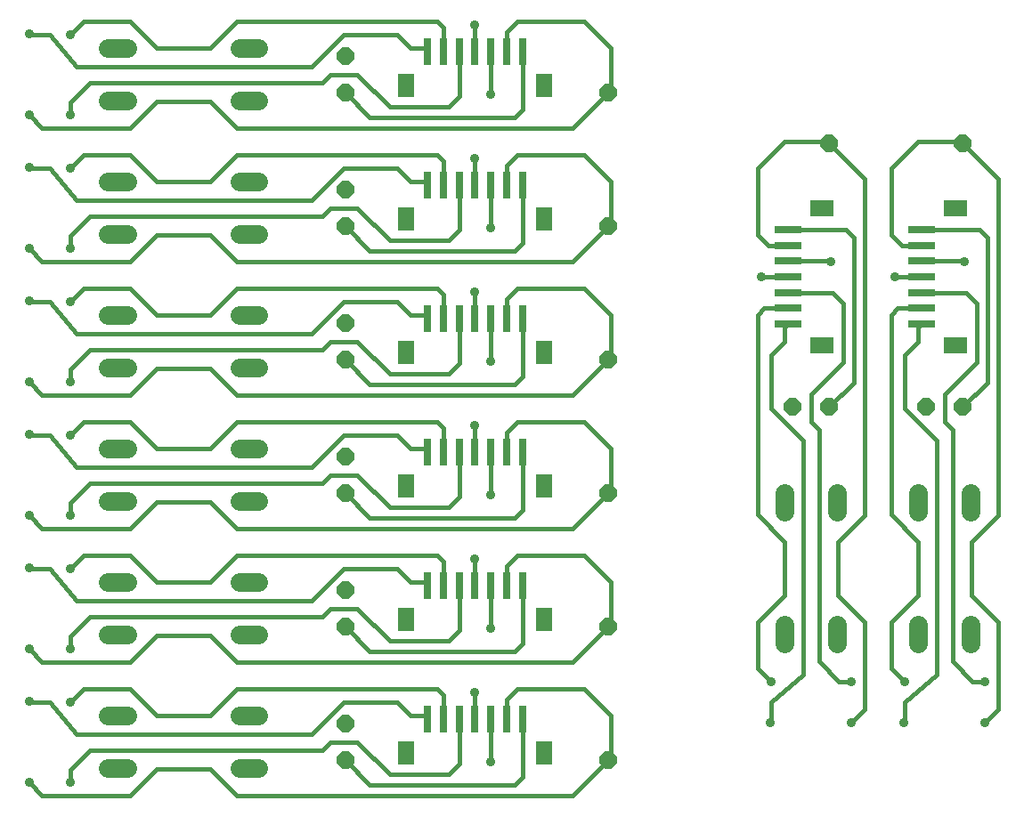
<source format=gbl>
G75*
G70*
%OFA0B0*%
%FSLAX24Y24*%
%IPPOS*%
%LPD*%
%AMOC8*
5,1,8,0,0,1.08239X$1,22.5*
%
%ADD10OC8,0.0650*%
%ADD11C,0.0705*%
%ADD12R,0.0315X0.0984*%
%ADD13R,0.0591X0.0906*%
%ADD14R,0.0984X0.0315*%
%ADD15R,0.0906X0.0591*%
%ADD16C,0.0160*%
%ADD17C,0.0357*%
D10*
X015210Y001992D03*
X015210Y003370D03*
X015210Y006992D03*
X015210Y008370D03*
X015210Y011992D03*
X015210Y013370D03*
X015210Y016992D03*
X015210Y018370D03*
X015210Y021992D03*
X015210Y023370D03*
X015210Y026992D03*
X015210Y028370D03*
X025072Y027012D03*
X025072Y022012D03*
X025072Y017012D03*
X025072Y012012D03*
X025072Y007012D03*
X025072Y002012D03*
X031962Y015240D03*
X033340Y015240D03*
X036962Y015240D03*
X038340Y015240D03*
X038320Y025103D03*
X033320Y025103D03*
D11*
X033631Y011994D02*
X033631Y011289D01*
X031671Y011289D02*
X031671Y011994D01*
X036671Y011994D02*
X036671Y011289D01*
X038631Y011289D02*
X038631Y011994D01*
X038631Y007074D02*
X038631Y006369D01*
X036671Y006369D02*
X036671Y007074D01*
X033631Y007074D02*
X033631Y006369D01*
X031671Y006369D02*
X031671Y007074D01*
X011964Y006701D02*
X011259Y006701D01*
X011259Y008661D02*
X011964Y008661D01*
X011964Y011701D02*
X011259Y011701D01*
X011259Y013661D02*
X011964Y013661D01*
X011964Y016701D02*
X011259Y016701D01*
X011259Y018661D02*
X011964Y018661D01*
X011964Y021701D02*
X011259Y021701D01*
X011259Y023661D02*
X011964Y023661D01*
X011964Y026701D02*
X011259Y026701D01*
X011259Y028661D02*
X011964Y028661D01*
X007044Y028661D02*
X006339Y028661D01*
X006339Y026701D02*
X007044Y026701D01*
X007044Y023661D02*
X006339Y023661D01*
X006339Y021701D02*
X007044Y021701D01*
X007044Y018661D02*
X006339Y018661D01*
X006339Y016701D02*
X007044Y016701D01*
X007044Y013661D02*
X006339Y013661D01*
X006339Y011701D02*
X007044Y011701D01*
X007044Y008661D02*
X006339Y008661D01*
X006339Y006701D02*
X007044Y006701D01*
X007044Y003661D02*
X006339Y003661D01*
X006339Y001701D02*
X007044Y001701D01*
X011259Y001701D02*
X011964Y001701D01*
X011964Y003661D02*
X011259Y003661D01*
D12*
X018301Y003542D03*
X018891Y003542D03*
X019482Y003542D03*
X020072Y003542D03*
X020663Y003542D03*
X021254Y003542D03*
X021844Y003542D03*
X021844Y008542D03*
X021254Y008542D03*
X020663Y008542D03*
X020072Y008542D03*
X019482Y008542D03*
X018891Y008542D03*
X018301Y008542D03*
X018301Y013542D03*
X018891Y013542D03*
X019482Y013542D03*
X020072Y013542D03*
X020663Y013542D03*
X021254Y013542D03*
X021844Y013542D03*
X021844Y018542D03*
X021254Y018542D03*
X020663Y018542D03*
X020072Y018542D03*
X019482Y018542D03*
X018891Y018542D03*
X018301Y018542D03*
X018301Y023542D03*
X018891Y023542D03*
X019482Y023542D03*
X020072Y023542D03*
X020663Y023542D03*
X021254Y023542D03*
X021844Y023542D03*
X021844Y028542D03*
X021254Y028542D03*
X020663Y028542D03*
X020072Y028542D03*
X019482Y028542D03*
X018891Y028542D03*
X018301Y028542D03*
D13*
X017494Y027262D03*
X022651Y027262D03*
X022651Y022262D03*
X017494Y022262D03*
X017494Y017262D03*
X022651Y017262D03*
X022651Y012262D03*
X017494Y012262D03*
X017494Y007262D03*
X022651Y007262D03*
X022651Y002262D03*
X017494Y002262D03*
D14*
X031791Y018331D03*
X031791Y018922D03*
X031791Y019512D03*
X031791Y020103D03*
X031791Y020693D03*
X031791Y021284D03*
X031791Y021874D03*
X036791Y021874D03*
X036791Y021284D03*
X036791Y020693D03*
X036791Y020103D03*
X036791Y019512D03*
X036791Y018922D03*
X036791Y018331D03*
D15*
X038070Y017524D03*
X033070Y017524D03*
X033070Y022681D03*
X038070Y022681D03*
D16*
X038964Y021874D02*
X036791Y021874D01*
X036791Y021284D02*
X036049Y021284D01*
X035651Y021681D01*
X035651Y024181D01*
X036651Y025181D01*
X038242Y025181D01*
X038320Y025103D01*
X039651Y023772D01*
X039651Y011181D01*
X038651Y010181D01*
X038651Y008181D01*
X039651Y007181D01*
X039651Y003892D01*
X039175Y003416D01*
X039157Y004947D02*
X038700Y004947D01*
X037952Y005695D01*
X037952Y005922D01*
X037954Y005924D01*
X037954Y014378D01*
X037651Y014681D01*
X037651Y015705D01*
X038866Y016920D01*
X038866Y019118D01*
X038472Y019512D01*
X036791Y019512D01*
X036789Y020101D02*
X036791Y020103D01*
X036789Y020101D02*
X035785Y020101D01*
X036791Y020693D02*
X038370Y020693D01*
X038380Y020683D01*
X039252Y021587D02*
X039252Y016152D01*
X038340Y015240D01*
X037348Y013985D02*
X036151Y015181D01*
X036151Y017181D01*
X036651Y017681D01*
X036651Y018191D01*
X036791Y018331D01*
X036789Y018333D01*
X036791Y018922D02*
X035899Y018922D01*
X035895Y018926D01*
X035651Y018681D01*
X035651Y011201D01*
X036671Y010181D01*
X036673Y008177D01*
X035651Y007181D01*
X035651Y005445D01*
X036151Y004945D01*
X036151Y004181D02*
X036151Y003429D01*
X036137Y003416D01*
X036151Y004181D02*
X037348Y005193D01*
X037348Y013985D01*
X034252Y016152D02*
X033340Y015240D01*
X032651Y015705D02*
X032651Y014681D01*
X032954Y014378D01*
X032954Y005924D01*
X032952Y005922D01*
X032952Y005695D01*
X033700Y004947D01*
X034157Y004947D01*
X034651Y003892D02*
X034175Y003416D01*
X034651Y003892D02*
X034651Y007181D01*
X033651Y008181D01*
X033651Y010181D01*
X034651Y011181D01*
X034651Y023772D01*
X033320Y025103D01*
X033242Y025181D01*
X031651Y025181D01*
X030651Y024181D01*
X030651Y021681D01*
X031049Y021284D01*
X031791Y021284D01*
X032049Y021284D01*
X031791Y020693D02*
X033370Y020693D01*
X033380Y020683D01*
X033472Y019512D02*
X033866Y019118D01*
X033866Y016920D01*
X032651Y015705D01*
X031151Y015181D02*
X031151Y017181D01*
X031651Y017681D01*
X031651Y018191D01*
X031791Y018331D01*
X031789Y018333D01*
X031791Y018922D02*
X030899Y018922D01*
X030895Y018926D01*
X030651Y018681D01*
X030651Y011201D01*
X031671Y010181D01*
X031673Y008177D01*
X030651Y007181D01*
X030651Y005445D01*
X031151Y004945D01*
X031151Y004181D02*
X031151Y003429D01*
X031137Y003416D01*
X031151Y004181D02*
X032348Y005193D01*
X032348Y013985D01*
X031151Y015181D01*
X034252Y016152D02*
X034252Y021587D01*
X033964Y021874D01*
X031791Y021874D01*
X031791Y020103D02*
X031789Y020101D01*
X030785Y020101D01*
X031791Y019512D02*
X033472Y019512D01*
X036791Y021284D02*
X037049Y021284D01*
X038964Y021874D02*
X039252Y021587D01*
X025151Y022091D02*
X025072Y022012D01*
X023742Y020681D01*
X011151Y020681D01*
X010151Y021681D01*
X008151Y021681D01*
X007151Y020681D01*
X003862Y020681D01*
X003385Y021158D01*
X004917Y021176D02*
X004917Y021632D01*
X005665Y022380D01*
X005891Y022380D01*
X005893Y022378D01*
X014348Y022378D01*
X014651Y022681D01*
X015675Y022681D01*
X016889Y021467D01*
X019088Y021467D01*
X019482Y021861D01*
X019482Y023542D01*
X020070Y023544D02*
X020072Y023542D01*
X020070Y023544D02*
X020070Y024548D01*
X020663Y023542D02*
X020663Y021963D01*
X020653Y021953D01*
X021557Y021081D02*
X016122Y021081D01*
X015210Y021992D01*
X013954Y022985D02*
X015151Y024181D01*
X017151Y024181D01*
X017651Y023681D01*
X018161Y023681D01*
X018301Y023542D01*
X018303Y023544D01*
X018891Y023542D02*
X018891Y024433D01*
X018895Y024437D01*
X018651Y024681D01*
X011171Y024681D01*
X010151Y023662D01*
X008147Y023660D01*
X007151Y024681D01*
X005415Y024681D01*
X004915Y024181D01*
X004151Y024181D02*
X003399Y024181D01*
X003385Y024195D01*
X004151Y024181D02*
X005163Y022985D01*
X013954Y022985D01*
X011151Y025681D02*
X023742Y025681D01*
X025072Y027012D01*
X025151Y027091D01*
X025151Y028681D01*
X024151Y029681D01*
X021651Y029681D01*
X021254Y029284D01*
X021254Y028542D01*
X021254Y028284D01*
X020663Y028542D02*
X020663Y026963D01*
X020653Y026953D01*
X019482Y026861D02*
X019088Y026467D01*
X016889Y026467D01*
X015675Y027681D01*
X014651Y027681D01*
X014348Y027378D01*
X005893Y027378D01*
X005891Y027380D01*
X005665Y027380D01*
X004917Y026632D01*
X004917Y026176D01*
X003862Y025681D02*
X003385Y026158D01*
X003862Y025681D02*
X007151Y025681D01*
X008151Y026681D01*
X010151Y026681D01*
X011151Y025681D01*
X013954Y027985D02*
X015151Y029181D01*
X017151Y029181D01*
X017651Y028681D01*
X018161Y028681D01*
X018301Y028542D01*
X018303Y028544D01*
X018891Y028542D02*
X018891Y029433D01*
X018895Y029437D01*
X018651Y029681D01*
X011171Y029681D01*
X010151Y028662D01*
X008147Y028660D01*
X007151Y029681D01*
X005415Y029681D01*
X004915Y029181D01*
X004151Y029181D02*
X003399Y029181D01*
X003385Y029195D01*
X004151Y029181D02*
X005163Y027985D01*
X013954Y027985D01*
X015210Y026992D02*
X016122Y026081D01*
X021557Y026081D01*
X021844Y026368D01*
X021844Y028542D01*
X020072Y028542D02*
X020070Y028544D01*
X020070Y029548D01*
X019482Y028542D02*
X019482Y026861D01*
X021651Y024681D02*
X024151Y024681D01*
X025151Y023681D01*
X025151Y022091D01*
X024151Y019681D02*
X025151Y018681D01*
X025151Y017091D01*
X025072Y017012D01*
X023742Y015681D01*
X011151Y015681D01*
X010151Y016681D01*
X008151Y016681D01*
X007151Y015681D01*
X003862Y015681D01*
X003385Y016158D01*
X004917Y016176D02*
X004917Y016632D01*
X005665Y017380D01*
X005891Y017380D01*
X005893Y017378D01*
X014348Y017378D01*
X014651Y017681D01*
X015675Y017681D01*
X016889Y016467D01*
X019088Y016467D01*
X019482Y016861D01*
X019482Y018542D01*
X020070Y018544D02*
X020072Y018542D01*
X020070Y018544D02*
X020070Y019548D01*
X020663Y018542D02*
X020663Y016963D01*
X020653Y016953D01*
X021557Y016081D02*
X016122Y016081D01*
X015210Y016992D01*
X013954Y017985D02*
X015151Y019181D01*
X017151Y019181D01*
X017651Y018681D01*
X018161Y018681D01*
X018301Y018542D01*
X018303Y018544D01*
X018891Y018542D02*
X018891Y019433D01*
X018895Y019437D01*
X018651Y019681D01*
X011171Y019681D01*
X010151Y018662D01*
X008147Y018660D01*
X007151Y019681D01*
X005415Y019681D01*
X004915Y019181D01*
X004151Y019181D02*
X003399Y019181D01*
X003385Y019195D01*
X004151Y019181D02*
X005163Y017985D01*
X013954Y017985D01*
X011171Y014681D02*
X010151Y013662D01*
X008147Y013660D01*
X007151Y014681D01*
X005415Y014681D01*
X004915Y014181D01*
X004151Y014181D02*
X003399Y014181D01*
X003385Y014195D01*
X004151Y014181D02*
X005163Y012985D01*
X013954Y012985D01*
X015151Y014181D01*
X017151Y014181D01*
X017651Y013681D01*
X018161Y013681D01*
X018301Y013542D01*
X018303Y013544D01*
X018891Y013542D02*
X018891Y014433D01*
X018895Y014437D01*
X018651Y014681D01*
X011171Y014681D01*
X014348Y012378D02*
X014651Y012681D01*
X015675Y012681D01*
X016889Y011467D01*
X019088Y011467D01*
X019482Y011861D01*
X019482Y013542D01*
X020070Y013544D02*
X020072Y013542D01*
X020070Y013544D02*
X020070Y014548D01*
X020663Y013542D02*
X020663Y011963D01*
X020653Y011953D01*
X021557Y011081D02*
X016122Y011081D01*
X015210Y011992D01*
X014348Y012378D02*
X005893Y012378D01*
X005891Y012380D01*
X005665Y012380D01*
X004917Y011632D01*
X004917Y011176D01*
X003862Y010681D02*
X003385Y011158D01*
X003862Y010681D02*
X007151Y010681D01*
X008151Y011681D01*
X010151Y011681D01*
X011151Y010681D01*
X023742Y010681D01*
X025072Y012012D01*
X025151Y012091D01*
X025151Y013681D01*
X024151Y014681D01*
X021651Y014681D01*
X021254Y014284D01*
X021254Y013542D01*
X021254Y013284D01*
X021844Y013542D02*
X021844Y011368D01*
X021557Y011081D01*
X021651Y009681D02*
X024151Y009681D01*
X025151Y008681D01*
X025151Y007091D01*
X025072Y007012D01*
X023742Y005681D01*
X011151Y005681D01*
X010151Y006681D01*
X008151Y006681D01*
X007151Y005681D01*
X003862Y005681D01*
X003385Y006158D01*
X004917Y006176D02*
X004917Y006632D01*
X005665Y007380D01*
X005891Y007380D01*
X005893Y007378D01*
X014348Y007378D01*
X014651Y007681D01*
X015675Y007681D01*
X016889Y006467D01*
X019088Y006467D01*
X019482Y006861D01*
X019482Y008542D01*
X020070Y008544D02*
X020072Y008542D01*
X020070Y008544D02*
X020070Y009548D01*
X020663Y008542D02*
X020663Y006963D01*
X020653Y006953D01*
X021557Y006081D02*
X016122Y006081D01*
X015210Y006992D01*
X013954Y007985D02*
X015151Y009181D01*
X017151Y009181D01*
X017651Y008681D01*
X018161Y008681D01*
X018301Y008542D01*
X018303Y008544D01*
X018891Y008542D02*
X018891Y009433D01*
X018895Y009437D01*
X018651Y009681D01*
X011171Y009681D01*
X010151Y008662D01*
X008147Y008660D01*
X007151Y009681D01*
X005415Y009681D01*
X004915Y009181D01*
X004151Y009181D02*
X003399Y009181D01*
X003385Y009195D01*
X004151Y009181D02*
X005163Y007985D01*
X013954Y007985D01*
X011171Y004681D02*
X010151Y003662D01*
X008147Y003660D01*
X007151Y004681D01*
X005415Y004681D01*
X004915Y004181D01*
X004151Y004181D02*
X003399Y004181D01*
X003385Y004195D01*
X004151Y004181D02*
X005163Y002985D01*
X013954Y002985D01*
X015151Y004181D01*
X017151Y004181D01*
X017651Y003681D01*
X018161Y003681D01*
X018301Y003542D01*
X018303Y003544D01*
X018891Y003542D02*
X018891Y004433D01*
X018895Y004437D01*
X018651Y004681D01*
X011171Y004681D01*
X014348Y002378D02*
X014651Y002681D01*
X015675Y002681D01*
X016889Y001467D01*
X019088Y001467D01*
X019482Y001861D01*
X019482Y003542D01*
X020070Y003544D02*
X020072Y003542D01*
X020070Y003544D02*
X020070Y004548D01*
X021254Y004284D02*
X021651Y004681D01*
X024151Y004681D01*
X025151Y003681D01*
X025151Y002091D01*
X025072Y002012D01*
X023742Y000681D01*
X011151Y000681D01*
X010151Y001681D01*
X008151Y001681D01*
X007151Y000681D01*
X003862Y000681D01*
X003385Y001158D01*
X004917Y001176D02*
X004917Y001632D01*
X005665Y002380D01*
X005891Y002380D01*
X005893Y002378D01*
X014348Y002378D01*
X015210Y001992D02*
X016122Y001081D01*
X021557Y001081D01*
X021844Y001368D01*
X021844Y003542D01*
X021254Y003542D02*
X021254Y003284D01*
X021254Y003542D02*
X021254Y004284D01*
X020663Y003542D02*
X020663Y001963D01*
X020653Y001953D01*
X021557Y006081D02*
X021844Y006368D01*
X021844Y008542D01*
X021254Y008542D02*
X021254Y009284D01*
X021651Y009681D01*
X021254Y008542D02*
X021254Y008284D01*
X021557Y016081D02*
X021844Y016368D01*
X021844Y018542D01*
X021254Y018542D02*
X021254Y019284D01*
X021651Y019681D01*
X024151Y019681D01*
X021844Y021368D02*
X021557Y021081D01*
X021844Y021368D02*
X021844Y023542D01*
X021254Y023542D02*
X021254Y023284D01*
X021254Y023542D02*
X021254Y024284D01*
X021651Y024681D01*
X021254Y018542D02*
X021254Y018284D01*
D17*
X003385Y001158D03*
X004917Y001176D03*
X004915Y004181D03*
X003385Y004195D03*
X003385Y006158D03*
X004917Y006176D03*
X004915Y009181D03*
X003385Y009195D03*
X003385Y011158D03*
X004917Y011176D03*
X004915Y014181D03*
X003385Y014195D03*
X003385Y016158D03*
X004917Y016176D03*
X004915Y019181D03*
X003385Y019195D03*
X003385Y021158D03*
X004917Y021176D03*
X004915Y024181D03*
X003385Y024195D03*
X003385Y026158D03*
X004917Y026176D03*
X004915Y029181D03*
X003385Y029195D03*
X020070Y029548D03*
X020653Y026953D03*
X020070Y024548D03*
X020653Y021953D03*
X020070Y019548D03*
X020653Y016953D03*
X020070Y014548D03*
X020653Y011953D03*
X020070Y009548D03*
X020653Y006953D03*
X020070Y004548D03*
X020653Y001953D03*
X031137Y003416D03*
X031151Y004945D03*
X034157Y004947D03*
X034175Y003416D03*
X036137Y003416D03*
X036151Y004945D03*
X039157Y004947D03*
X039175Y003416D03*
X035785Y020101D03*
X033380Y020683D03*
X030785Y020101D03*
X038380Y020683D03*
M02*

</source>
